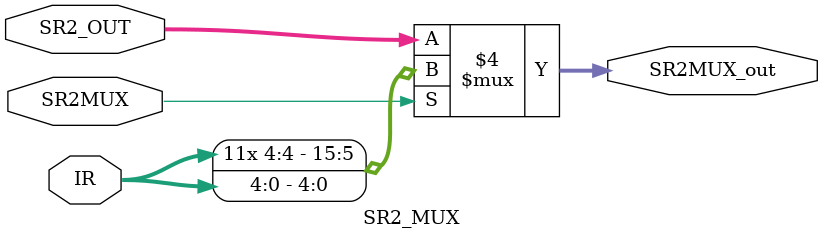
<source format=sv>
module SR2_MUX(
	input logic [15:0] SR2_OUT, IR,
	input logic SR2MUX,
	output logic [15:0] SR2MUX_out
);

always_comb begin
	if(~SR2MUX)
		SR2MUX_out = SR2_OUT;
	else
		SR2MUX_out = {{11{IR[4]}},IR[4:0]};

end
endmodule
</source>
